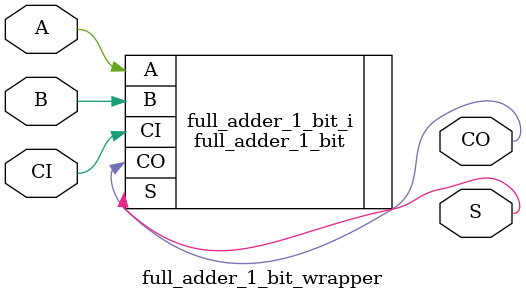
<source format=v>
`timescale 1 ps / 1 ps

module full_adder_1_bit_wrapper
   (A,
    B,
    CI,
    CO,
    S);
  input A;
  input B;
  input CI;
  output CO;
  output S;

  wire A;
  wire B;
  wire CI;
  wire CO;
  wire S;

  full_adder_1_bit full_adder_1_bit_i
       (.A(A),
        .B(B),
        .CI(CI),
        .CO(CO),
        .S(S));
endmodule

</source>
